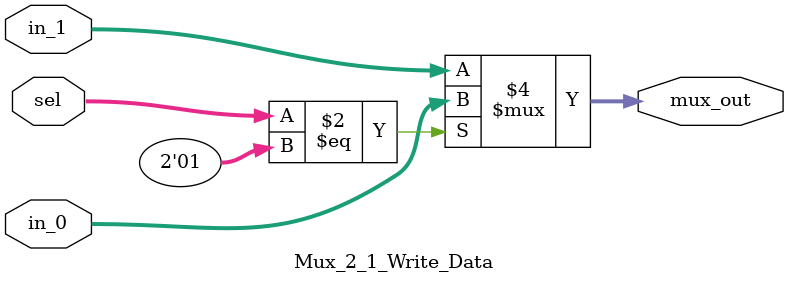
<source format=v>
`timescale 1ns / 1ps


module Mux_2_1_Write_Data(
in_0      , // Mux first input
in_1      , // Mux Second input
sel        , // Select input
mux_out      // Mux output
    );
    input  [1:0] sel ;
    input [31:0] in_0;
    input [31:0] in_1;
    //-----------Output Ports---------------
    output [31:0] mux_out;
    //------------Internal Variables--------
    reg [31:0]   mux_out;
    //-------------Code Starts Here---------
    always @ (sel or in_0 or in_1)
    begin : MUX
      if (sel == 1) begin
          mux_out = in_0;
      end else begin
          mux_out = in_1 ;
      end
    end

endmodule

</source>
